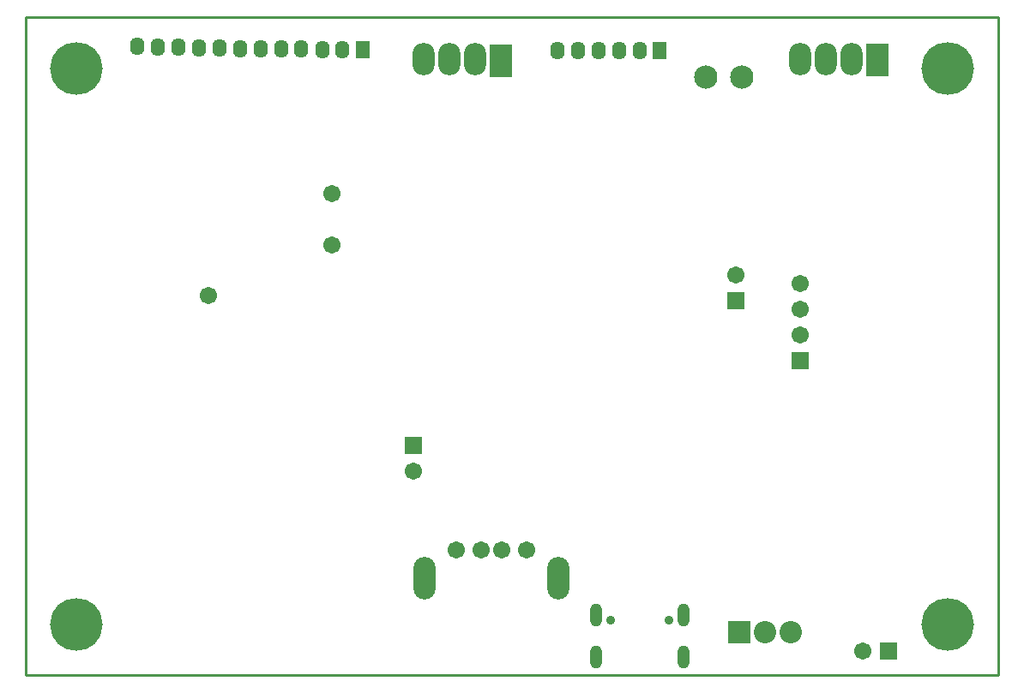
<source format=gbs>
%FSLAX25Y25*%
%MOIN*%
G70*
G01*
G75*
G04 Layer_Color=16711935*
%ADD10R,0.02756X0.03347*%
%ADD11R,0.03543X0.03740*%
%ADD12R,0.03543X0.03740*%
%ADD13R,0.05118X0.03937*%
%ADD14R,0.05315X0.02559*%
%ADD15R,0.12992X0.09843*%
%ADD16R,0.10630X0.03937*%
%ADD17R,0.06299X0.12598*%
%ADD18R,0.13780X0.05118*%
%ADD19R,0.07874X0.07874*%
%ADD20R,0.04724X0.01969*%
%ADD21R,0.01181X0.03937*%
%ADD22R,0.02362X0.03937*%
%ADD23R,0.03937X0.07087*%
%ADD24R,0.07284X0.03740*%
%ADD25R,0.26772X0.26772*%
%ADD26R,0.07480X0.11811*%
%ADD27O,0.06890X0.02362*%
%ADD28R,0.03937X0.10630*%
%ADD29R,0.03347X0.02756*%
%ADD30O,0.01181X0.06299*%
%ADD31O,0.06299X0.01181*%
%ADD32R,0.01181X0.06299*%
%ADD33R,0.04331X0.04724*%
%ADD34R,0.04000X0.03000*%
%ADD35R,0.03000X0.04000*%
%ADD36R,0.09843X0.14410*%
%ADD37R,0.07874X0.14410*%
%ADD38R,0.06299X0.01969*%
%ADD39R,0.02126X0.03543*%
%ADD40R,0.06693X0.07874*%
%ADD41R,0.03000X0.03150*%
%ADD42R,0.03937X0.02362*%
%ADD43R,0.04843X0.05354*%
%ADD44C,0.00800*%
%ADD45C,0.04000*%
%ADD46C,0.01000*%
%ADD47C,0.02000*%
%ADD48C,0.03000*%
%ADD49C,0.01500*%
%ADD50C,0.07874*%
%ADD51R,0.07874X0.07874*%
%ADD52C,0.05906*%
%ADD53R,0.05906X0.05906*%
%ADD54R,0.05906X0.05906*%
%ADD55O,0.03937X0.08268*%
%ADD56C,0.02638*%
%ADD57O,0.07874X0.15748*%
%ADD58C,0.19685*%
%ADD59O,0.04724X0.06299*%
%ADD60R,0.04724X0.06299*%
%ADD61O,0.07874X0.11811*%
%ADD62R,0.07874X0.11811*%
%ADD63C,0.08268*%
%ADD64C,0.03000*%
%ADD65C,0.02000*%
%ADD66C,0.04500*%
%ADD67C,0.05000*%
%ADD68C,0.04000*%
%ADD69C,0.05500*%
%ADD70C,0.00984*%
%ADD71C,0.00600*%
%ADD72C,0.00500*%
%ADD73C,0.00787*%
%ADD74C,0.00700*%
%ADD75C,0.00493*%
%ADD76R,0.03556X0.04147*%
%ADD77R,0.04343X0.04540*%
%ADD78R,0.04343X0.04540*%
%ADD79R,0.05918X0.04737*%
%ADD80R,0.06115X0.03359*%
%ADD81R,0.13792X0.10642*%
%ADD82R,0.11430X0.04737*%
%ADD83R,0.07099X0.13398*%
%ADD84R,0.14579X0.05918*%
%ADD85R,0.08674X0.08674*%
%ADD86R,0.05524X0.02769*%
%ADD87R,0.01981X0.04737*%
%ADD88R,0.03162X0.04737*%
%ADD89R,0.04737X0.07887*%
%ADD90R,0.08083X0.04540*%
%ADD91R,0.27572X0.27572*%
%ADD92R,0.08280X0.12611*%
%ADD93O,0.07690X0.03162*%
%ADD94R,0.04737X0.11430*%
%ADD95R,0.04147X0.03556*%
%ADD96O,0.01981X0.07099*%
%ADD97O,0.07099X0.01981*%
%ADD98R,0.01981X0.07099*%
%ADD99R,0.05131X0.05524*%
%ADD100R,0.04800X0.03800*%
%ADD101R,0.03800X0.04800*%
%ADD102R,0.10642X0.15210*%
%ADD103R,0.08674X0.15210*%
%ADD104R,0.07099X0.02769*%
%ADD105R,0.02926X0.04343*%
%ADD106R,0.07493X0.08674*%
%ADD107R,0.03800X0.03950*%
%ADD108R,0.04737X0.03162*%
%ADD109R,0.05643X0.06154*%
%ADD110C,0.08674*%
%ADD111R,0.08674X0.08674*%
%ADD112C,0.06706*%
%ADD113R,0.06706X0.06706*%
%ADD114R,0.06706X0.06706*%
%ADD115O,0.04737X0.09068*%
%ADD116C,0.03438*%
%ADD117O,0.08674X0.16548*%
%ADD118C,0.20485*%
%ADD119O,0.05524X0.07099*%
%ADD120R,0.05524X0.07099*%
%ADD121O,0.08674X0.12611*%
%ADD122R,0.08674X0.12611*%
%ADD123C,0.09068*%
D46*
X0Y255906D02*
X377953D01*
Y0D02*
Y255906D01*
X0Y0D02*
Y256000D01*
Y0D02*
X377953D01*
D110*
X297500Y16900D02*
D03*
X287500D02*
D03*
D111*
X277500D02*
D03*
D112*
X325200Y9500D02*
D03*
X301100Y152500D02*
D03*
Y142500D02*
D03*
Y132500D02*
D03*
X167200Y48700D02*
D03*
X177042D02*
D03*
X184916D02*
D03*
X194759D02*
D03*
X150700Y79500D02*
D03*
X119100Y187300D02*
D03*
Y167300D02*
D03*
X275900Y155900D02*
D03*
X70900Y147700D02*
D03*
D113*
X335200Y9500D02*
D03*
D114*
X301100Y122500D02*
D03*
X150700Y89500D02*
D03*
X275900Y145900D02*
D03*
D115*
X255708Y23500D02*
D03*
Y7162D02*
D03*
X221692Y23500D02*
D03*
Y7162D02*
D03*
D116*
X227322Y21532D02*
D03*
X250078D02*
D03*
D117*
X154995Y37676D02*
D03*
X206964D02*
D03*
D118*
X19685Y19685D02*
D03*
Y236221D02*
D03*
X358268D02*
D03*
Y19685D02*
D03*
D119*
X51472Y244500D02*
D03*
X43402Y244800D02*
D03*
X83362Y243900D02*
D03*
X75291Y244200D02*
D03*
X59346Y244500D02*
D03*
X67417Y244200D02*
D03*
X99307Y243600D02*
D03*
X91236Y243900D02*
D03*
X107181Y243600D02*
D03*
X115252Y243300D02*
D03*
X123126D02*
D03*
X206814Y243100D02*
D03*
X222681D02*
D03*
X214807D02*
D03*
X230752D02*
D03*
X238626D02*
D03*
D120*
X131000Y243300D02*
D03*
X246500Y243100D02*
D03*
D121*
X154700Y239594D02*
D03*
X164700D02*
D03*
X174700D02*
D03*
X300900Y239794D02*
D03*
X310900D02*
D03*
X320900D02*
D03*
D122*
X184700Y239200D02*
D03*
X330900Y239400D02*
D03*
D123*
X278300Y232700D02*
D03*
X264521D02*
D03*
M02*

</source>
